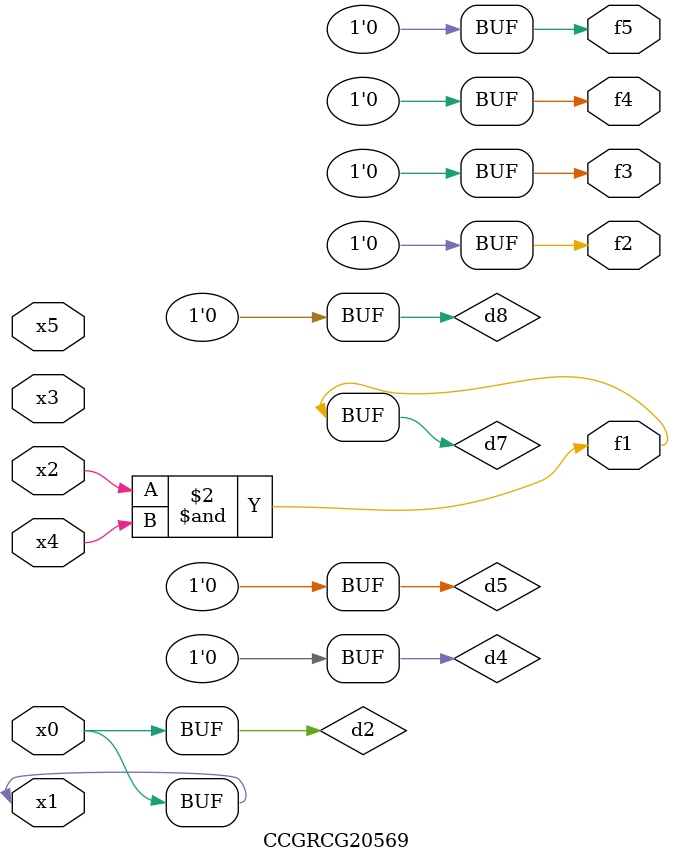
<source format=v>
module CCGRCG20569(
	input x0, x1, x2, x3, x4, x5,
	output f1, f2, f3, f4, f5
);

	wire d1, d2, d3, d4, d5, d6, d7, d8, d9;

	nand (d1, x1);
	buf (d2, x0, x1);
	nand (d3, x2, x4);
	and (d4, d1, d2);
	and (d5, d1, d2);
	nand (d6, d1, d3);
	not (d7, d3);
	xor (d8, d5);
	nor (d9, d5, d6);
	assign f1 = d7;
	assign f2 = d8;
	assign f3 = d8;
	assign f4 = d8;
	assign f5 = d8;
endmodule

</source>
